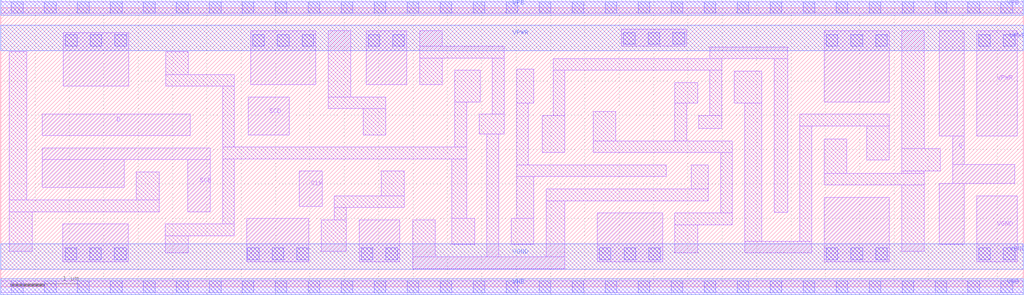
<source format=lef>
# Copyright 2020 The SkyWater PDK Authors
#
# Licensed under the Apache License, Version 2.0 (the "License");
# you may not use this file except in compliance with the License.
# You may obtain a copy of the License at
#
#     https://www.apache.org/licenses/LICENSE-2.0
#
# Unless required by applicable law or agreed to in writing, software
# distributed under the License is distributed on an "AS IS" BASIS,
# WITHOUT WARRANTIES OR CONDITIONS OF ANY KIND, either express or implied.
# See the License for the specific language governing permissions and
# limitations under the License.
#
# SPDX-License-Identifier: Apache-2.0

VERSION 5.7 ;
  NAMESCASESENSITIVE ON ;
  NOWIREEXTENSIONATPIN ON ;
  DIVIDERCHAR "/" ;
  BUSBITCHARS "[]" ;
UNITS
  DATABASE MICRONS 200 ;
END UNITS
MACRO sky130_fd_sc_hvl__sdfxtp_1
  CLASS CORE ;
  SOURCE USER ;
  FOREIGN sky130_fd_sc_hvl__sdfxtp_1 ;
  ORIGIN  0.000000  0.000000 ;
  SIZE  14.88000 BY  4.070000 ;
  SYMMETRY X Y ;
  SITE unithv ;
  PIN D
    ANTENNAGATEAREA  0.420000 ;
    DIRECTION INPUT ;
    USE SIGNAL ;
    PORT
      LAYER li1 ;
        RECT 0.605000 2.205000 2.755000 2.520000 ;
    END
  END D
  PIN Q
    ANTENNADIFFAREA  0.596250 ;
    DIRECTION OUTPUT ;
    USE SIGNAL ;
    PORT
      LAYER li1 ;
        RECT 13.660000 0.615000 14.020000 1.505000 ;
        RECT 13.660000 2.195000 14.020000 3.735000 ;
        RECT 13.850000 1.505000 14.755000 1.780000 ;
        RECT 13.850000 1.780000 14.020000 2.195000 ;
    END
  END Q
  PIN SCD
    ANTENNAGATEAREA  0.420000 ;
    DIRECTION INPUT ;
    USE SIGNAL ;
    PORT
      LAYER li1 ;
        RECT 3.600000 2.215000 4.195000 2.765000 ;
    END
  END SCD
  PIN SCE
    ANTENNAGATEAREA  0.840000 ;
    DIRECTION INPUT ;
    USE SIGNAL ;
    PORT
      LAYER li1 ;
        RECT 0.605000 1.445000 1.795000 1.855000 ;
        RECT 0.605000 1.855000 3.050000 2.025000 ;
        RECT 2.720000 1.095000 3.050000 1.855000 ;
    END
  END SCE
  PIN CLK
    ANTENNAGATEAREA  0.585000 ;
    DIRECTION INPUT ;
    USE CLOCK ;
    PORT
      LAYER li1 ;
        RECT 4.345000 1.175000 4.675000 1.685000 ;
    END
  END CLK
  PIN VGND
    DIRECTION INOUT ;
    USE GROUND ;
    PORT
      LAYER li1 ;
        RECT  0.905000 0.365000  1.855000 0.915000 ;
        RECT  3.580000 0.365000  4.485000 0.995000 ;
        RECT  5.215000 0.365000  5.805000 0.975000 ;
        RECT  8.680000 0.365000  9.630000 1.075000 ;
        RECT 11.980000 0.365000 12.930000 1.305000 ;
        RECT 14.200000 0.365000 14.790000 1.325000 ;
      LAYER mcon ;
        RECT  0.935000 0.395000  1.105000 0.565000 ;
        RECT  1.295000 0.395000  1.465000 0.565000 ;
        RECT  1.655000 0.395000  1.825000 0.565000 ;
        RECT  3.590000 0.395000  3.760000 0.565000 ;
        RECT  3.950000 0.395000  4.120000 0.565000 ;
        RECT  4.310000 0.395000  4.480000 0.565000 ;
        RECT  5.245000 0.395000  5.415000 0.565000 ;
        RECT  5.605000 0.395000  5.775000 0.565000 ;
        RECT  8.710000 0.395000  8.880000 0.565000 ;
        RECT  9.070000 0.395000  9.240000 0.565000 ;
        RECT  9.430000 0.395000  9.600000 0.565000 ;
        RECT 12.010000 0.395000 12.180000 0.565000 ;
        RECT 12.370000 0.395000 12.540000 0.565000 ;
        RECT 12.730000 0.395000 12.900000 0.565000 ;
        RECT 14.230000 0.395000 14.400000 0.565000 ;
        RECT 14.590000 0.395000 14.760000 0.565000 ;
      LAYER met1 ;
        RECT 0.000000 0.255000 14.880000 0.625000 ;
    END
  END VGND
  PIN VNB
    DIRECTION INOUT ;
    USE GROUND ;
    PORT
      LAYER li1 ;
        RECT 0.000000 -0.085000 14.880000 0.085000 ;
      LAYER mcon ;
        RECT  0.155000 -0.085000  0.325000 0.085000 ;
        RECT  0.635000 -0.085000  0.805000 0.085000 ;
        RECT  1.115000 -0.085000  1.285000 0.085000 ;
        RECT  1.595000 -0.085000  1.765000 0.085000 ;
        RECT  2.075000 -0.085000  2.245000 0.085000 ;
        RECT  2.555000 -0.085000  2.725000 0.085000 ;
        RECT  3.035000 -0.085000  3.205000 0.085000 ;
        RECT  3.515000 -0.085000  3.685000 0.085000 ;
        RECT  3.995000 -0.085000  4.165000 0.085000 ;
        RECT  4.475000 -0.085000  4.645000 0.085000 ;
        RECT  4.955000 -0.085000  5.125000 0.085000 ;
        RECT  5.435000 -0.085000  5.605000 0.085000 ;
        RECT  5.915000 -0.085000  6.085000 0.085000 ;
        RECT  6.395000 -0.085000  6.565000 0.085000 ;
        RECT  6.875000 -0.085000  7.045000 0.085000 ;
        RECT  7.355000 -0.085000  7.525000 0.085000 ;
        RECT  7.835000 -0.085000  8.005000 0.085000 ;
        RECT  8.315000 -0.085000  8.485000 0.085000 ;
        RECT  8.795000 -0.085000  8.965000 0.085000 ;
        RECT  9.275000 -0.085000  9.445000 0.085000 ;
        RECT  9.755000 -0.085000  9.925000 0.085000 ;
        RECT 10.235000 -0.085000 10.405000 0.085000 ;
        RECT 10.715000 -0.085000 10.885000 0.085000 ;
        RECT 11.195000 -0.085000 11.365000 0.085000 ;
        RECT 11.675000 -0.085000 11.845000 0.085000 ;
        RECT 12.155000 -0.085000 12.325000 0.085000 ;
        RECT 12.635000 -0.085000 12.805000 0.085000 ;
        RECT 13.115000 -0.085000 13.285000 0.085000 ;
        RECT 13.595000 -0.085000 13.765000 0.085000 ;
        RECT 14.075000 -0.085000 14.245000 0.085000 ;
        RECT 14.555000 -0.085000 14.725000 0.085000 ;
      LAYER met1 ;
        RECT 0.000000 -0.115000 14.880000 0.115000 ;
    END
  END VNB
  PIN VPB
    DIRECTION INOUT ;
    USE POWER ;
    PORT
      LAYER li1 ;
        RECT 0.000000 3.985000 14.880000 4.155000 ;
      LAYER mcon ;
        RECT  0.155000 3.985000  0.325000 4.155000 ;
        RECT  0.635000 3.985000  0.805000 4.155000 ;
        RECT  1.115000 3.985000  1.285000 4.155000 ;
        RECT  1.595000 3.985000  1.765000 4.155000 ;
        RECT  2.075000 3.985000  2.245000 4.155000 ;
        RECT  2.555000 3.985000  2.725000 4.155000 ;
        RECT  3.035000 3.985000  3.205000 4.155000 ;
        RECT  3.515000 3.985000  3.685000 4.155000 ;
        RECT  3.995000 3.985000  4.165000 4.155000 ;
        RECT  4.475000 3.985000  4.645000 4.155000 ;
        RECT  4.955000 3.985000  5.125000 4.155000 ;
        RECT  5.435000 3.985000  5.605000 4.155000 ;
        RECT  5.915000 3.985000  6.085000 4.155000 ;
        RECT  6.395000 3.985000  6.565000 4.155000 ;
        RECT  6.875000 3.985000  7.045000 4.155000 ;
        RECT  7.355000 3.985000  7.525000 4.155000 ;
        RECT  7.835000 3.985000  8.005000 4.155000 ;
        RECT  8.315000 3.985000  8.485000 4.155000 ;
        RECT  8.795000 3.985000  8.965000 4.155000 ;
        RECT  9.275000 3.985000  9.445000 4.155000 ;
        RECT  9.755000 3.985000  9.925000 4.155000 ;
        RECT 10.235000 3.985000 10.405000 4.155000 ;
        RECT 10.715000 3.985000 10.885000 4.155000 ;
        RECT 11.195000 3.985000 11.365000 4.155000 ;
        RECT 11.675000 3.985000 11.845000 4.155000 ;
        RECT 12.155000 3.985000 12.325000 4.155000 ;
        RECT 12.635000 3.985000 12.805000 4.155000 ;
        RECT 13.115000 3.985000 13.285000 4.155000 ;
        RECT 13.595000 3.985000 13.765000 4.155000 ;
        RECT 14.075000 3.985000 14.245000 4.155000 ;
        RECT 14.555000 3.985000 14.725000 4.155000 ;
      LAYER met1 ;
        RECT 0.000000 3.955000 14.880000 4.185000 ;
    END
  END VPB
  PIN VPWR
    DIRECTION INOUT ;
    USE POWER ;
    PORT
      LAYER li1 ;
        RECT  0.910000 2.925000  1.860000 3.705000 ;
        RECT  3.635000 2.945000  4.585000 3.735000 ;
        RECT  5.315000 2.945000  5.905000 3.735000 ;
        RECT  9.030000 3.505000  9.980000 3.755000 ;
        RECT 11.980000 2.695000 12.930000 3.735000 ;
        RECT 14.200000 2.195000 14.790000 3.735000 ;
      LAYER mcon ;
        RECT  0.940000 3.505000  1.110000 3.675000 ;
        RECT  1.300000 3.505000  1.470000 3.675000 ;
        RECT  1.660000 3.505000  1.830000 3.675000 ;
        RECT  3.665000 3.505000  3.835000 3.675000 ;
        RECT  4.025000 3.505000  4.195000 3.675000 ;
        RECT  4.385000 3.505000  4.555000 3.675000 ;
        RECT  5.345000 3.505000  5.515000 3.675000 ;
        RECT  5.705000 3.505000  5.875000 3.675000 ;
        RECT  9.060000 3.535000  9.230000 3.705000 ;
        RECT  9.420000 3.535000  9.590000 3.705000 ;
        RECT  9.780000 3.535000  9.950000 3.705000 ;
        RECT 12.010000 3.505000 12.180000 3.675000 ;
        RECT 12.370000 3.505000 12.540000 3.675000 ;
        RECT 12.730000 3.505000 12.900000 3.675000 ;
        RECT 14.230000 3.505000 14.400000 3.675000 ;
        RECT 14.590000 3.505000 14.760000 3.675000 ;
      LAYER met1 ;
        RECT 0.000000 3.445000 14.880000 3.815000 ;
    END
  END VPWR
  OBS
    LAYER li1 ;
      RECT  0.125000 0.515000  0.455000 1.095000 ;
      RECT  0.125000 1.095000  2.305000 1.265000 ;
      RECT  0.125000 1.265000  0.380000 3.425000 ;
      RECT  1.975000 1.265000  2.305000 1.675000 ;
      RECT  2.395000 0.495000  2.725000 0.745000 ;
      RECT  2.395000 0.745000  3.400000 0.915000 ;
      RECT  2.400000 2.925000  3.400000 3.095000 ;
      RECT  2.400000 3.095000  2.730000 3.425000 ;
      RECT  3.230000 0.915000  3.400000 1.865000 ;
      RECT  3.230000 1.865000  6.780000 2.035000 ;
      RECT  3.230000 2.035000  3.400000 2.925000 ;
      RECT  4.665000 0.515000  5.025000 0.975000 ;
      RECT  4.765000 2.595000  5.605000 2.765000 ;
      RECT  4.765000 2.765000  5.095000 3.735000 ;
      RECT  4.855000 0.975000  5.025000 1.155000 ;
      RECT  4.855000 1.155000  5.870000 1.325000 ;
      RECT  5.275000 2.215000  5.605000 2.595000 ;
      RECT  5.540000 1.325000  5.870000 1.685000 ;
      RECT  5.995000 0.265000  8.210000 0.435000 ;
      RECT  5.995000 0.435000  6.325000 0.975000 ;
      RECT  6.095000 2.945000  6.425000 3.335000 ;
      RECT  6.095000 3.335000  7.325000 3.505000 ;
      RECT  6.095000 3.505000  6.425000 3.735000 ;
      RECT  6.565000 0.615000  6.895000 0.995000 ;
      RECT  6.565000 0.995000  6.780000 1.865000 ;
      RECT  6.610000 2.035000  6.780000 2.695000 ;
      RECT  6.610000 2.695000  6.975000 3.155000 ;
      RECT  6.960000 2.225000  7.325000 2.515000 ;
      RECT  7.075000 0.435000  7.245000 2.225000 ;
      RECT  7.155000 2.515000  7.325000 3.335000 ;
      RECT  7.425000 0.615000  7.755000 0.995000 ;
      RECT  7.505000 0.995000  7.755000 1.605000 ;
      RECT  7.505000 1.605000  9.685000 1.775000 ;
      RECT  7.505000 1.775000  7.675000 2.675000 ;
      RECT  7.505000 2.675000  7.755000 3.175000 ;
      RECT  7.880000 1.955000  8.210000 2.495000 ;
      RECT  7.935000 0.435000  8.210000 1.255000 ;
      RECT  7.935000 1.255000 10.295000 1.425000 ;
      RECT  8.040000 2.495000  8.210000 3.155000 ;
      RECT  8.040000 3.155000 10.490000 3.325000 ;
      RECT  8.620000 1.955000 10.645000 2.125000 ;
      RECT  8.620000 2.125000  8.950000 2.555000 ;
      RECT  9.810000 0.495000 10.140000 0.905000 ;
      RECT  9.810000 0.905000 10.645000 1.075000 ;
      RECT  9.810000 2.125000  9.980000 2.675000 ;
      RECT  9.810000 2.675000 10.140000 2.975000 ;
      RECT 10.045000 1.425000 10.295000 1.775000 ;
      RECT 10.160000 2.305000 10.490000 2.495000 ;
      RECT 10.320000 2.495000 10.490000 3.155000 ;
      RECT 10.320000 3.325000 11.450000 3.495000 ;
      RECT 10.475000 1.075000 10.645000 1.955000 ;
      RECT 10.670000 2.675000 11.075000 3.145000 ;
      RECT 10.825000 0.495000 11.800000 0.665000 ;
      RECT 10.825000 0.665000 11.075000 2.675000 ;
      RECT 11.255000 1.085000 11.450000 3.325000 ;
      RECT 11.630000 0.665000 11.800000 2.345000 ;
      RECT 11.630000 2.345000 12.930000 2.515000 ;
      RECT 11.980000 1.485000 13.440000 1.655000 ;
      RECT 11.980000 1.655000 12.310000 2.155000 ;
      RECT 12.600000 1.845000 12.930000 2.345000 ;
      RECT 13.110000 0.515000 13.440000 1.485000 ;
      RECT 13.110000 1.655000 13.440000 1.685000 ;
      RECT 13.110000 1.685000 13.670000 2.015000 ;
      RECT 13.110000 2.015000 13.440000 3.735000 ;
  END
END sky130_fd_sc_hvl__sdfxtp_1

</source>
